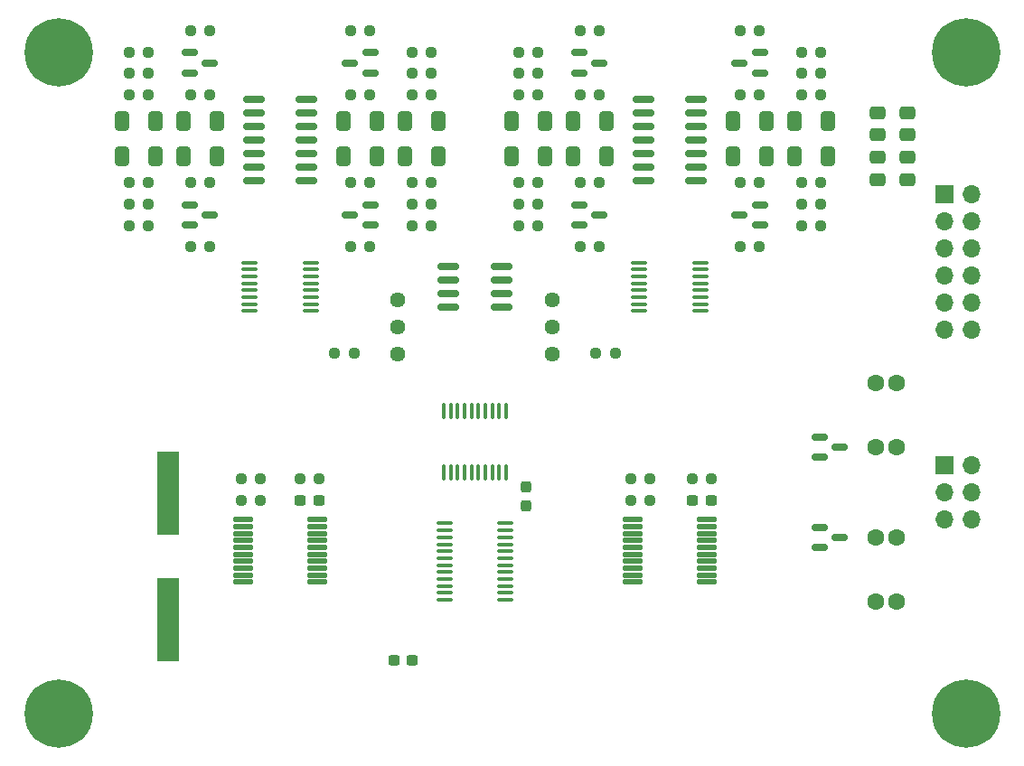
<source format=gbr>
%TF.GenerationSoftware,KiCad,Pcbnew,(6.0.0)*%
%TF.CreationDate,2022-04-09T17:12:42-04:00*%
%TF.ProjectId,ToneEncoderDecoder,546f6e65-456e-4636-9f64-65724465636f,rev?*%
%TF.SameCoordinates,Original*%
%TF.FileFunction,Soldermask,Top*%
%TF.FilePolarity,Negative*%
%FSLAX46Y46*%
G04 Gerber Fmt 4.6, Leading zero omitted, Abs format (unit mm)*
G04 Created by KiCad (PCBNEW (6.0.0)) date 2022-04-09 17:12:42*
%MOMM*%
%LPD*%
G01*
G04 APERTURE LIST*
G04 Aperture macros list*
%AMRoundRect*
0 Rectangle with rounded corners*
0 $1 Rounding radius*
0 $2 $3 $4 $5 $6 $7 $8 $9 X,Y pos of 4 corners*
0 Add a 4 corners polygon primitive as box body*
4,1,4,$2,$3,$4,$5,$6,$7,$8,$9,$2,$3,0*
0 Add four circle primitives for the rounded corners*
1,1,$1+$1,$2,$3*
1,1,$1+$1,$4,$5*
1,1,$1+$1,$6,$7*
1,1,$1+$1,$8,$9*
0 Add four rect primitives between the rounded corners*
20,1,$1+$1,$2,$3,$4,$5,0*
20,1,$1+$1,$4,$5,$6,$7,0*
20,1,$1+$1,$6,$7,$8,$9,0*
20,1,$1+$1,$8,$9,$2,$3,0*%
G04 Aperture macros list end*
%ADD10RoundRect,0.150000X-0.587500X-0.150000X0.587500X-0.150000X0.587500X0.150000X-0.587500X0.150000X0*%
%ADD11RoundRect,0.237500X-0.250000X-0.237500X0.250000X-0.237500X0.250000X0.237500X-0.250000X0.237500X0*%
%ADD12R,1.700000X1.700000*%
%ADD13O,1.700000X1.700000*%
%ADD14RoundRect,0.237500X0.250000X0.237500X-0.250000X0.237500X-0.250000X-0.237500X0.250000X-0.237500X0*%
%ADD15RoundRect,0.150000X0.825000X0.150000X-0.825000X0.150000X-0.825000X-0.150000X0.825000X-0.150000X0*%
%ADD16RoundRect,0.250000X-0.412500X-0.650000X0.412500X-0.650000X0.412500X0.650000X-0.412500X0.650000X0*%
%ADD17C,1.440000*%
%ADD18RoundRect,0.250000X0.412500X0.650000X-0.412500X0.650000X-0.412500X-0.650000X0.412500X-0.650000X0*%
%ADD19C,6.400000*%
%ADD20RoundRect,0.100000X0.637500X0.100000X-0.637500X0.100000X-0.637500X-0.100000X0.637500X-0.100000X0*%
%ADD21RoundRect,0.150000X0.587500X0.150000X-0.587500X0.150000X-0.587500X-0.150000X0.587500X-0.150000X0*%
%ADD22C,1.600000*%
%ADD23RoundRect,0.250000X-0.475000X0.337500X-0.475000X-0.337500X0.475000X-0.337500X0.475000X0.337500X0*%
%ADD24RoundRect,0.250000X0.475000X-0.337500X0.475000X0.337500X-0.475000X0.337500X-0.475000X-0.337500X0*%
%ADD25RoundRect,0.237500X0.237500X-0.300000X0.237500X0.300000X-0.237500X0.300000X-0.237500X-0.300000X0*%
%ADD26RoundRect,0.100000X-0.637500X-0.100000X0.637500X-0.100000X0.637500X0.100000X-0.637500X0.100000X0*%
%ADD27RoundRect,0.125000X-0.825000X-0.125000X0.825000X-0.125000X0.825000X0.125000X-0.825000X0.125000X0*%
%ADD28RoundRect,0.100000X0.100000X-0.637500X0.100000X0.637500X-0.100000X0.637500X-0.100000X-0.637500X0*%
%ADD29RoundRect,0.237500X0.300000X0.237500X-0.300000X0.237500X-0.300000X-0.237500X0.300000X-0.237500X0*%
%ADD30RoundRect,0.237500X-0.300000X-0.237500X0.300000X-0.237500X0.300000X0.237500X-0.300000X0.237500X0*%
%ADD31R,2.000000X7.875000*%
%ADD32RoundRect,0.150000X-0.825000X-0.150000X0.825000X-0.150000X0.825000X0.150000X-0.825000X0.150000X0*%
G04 APERTURE END LIST*
D10*
%TO.C,D10*%
X77312500Y-35800000D03*
X77312500Y-37700000D03*
X79187500Y-36750000D03*
%TD*%
D11*
%TO.C,R28*%
X98087500Y-23500000D03*
X99912500Y-23500000D03*
%TD*%
%TO.C,R10*%
X71587500Y-25500000D03*
X73412500Y-25500000D03*
%TD*%
D12*
%TO.C,J2*%
X111500000Y-34840000D03*
D13*
X114040000Y-34840000D03*
X111500000Y-37380000D03*
X114040000Y-37380000D03*
X111500000Y-39920000D03*
X114040000Y-39920000D03*
X111500000Y-42460000D03*
X114040000Y-42460000D03*
X111500000Y-45000000D03*
X114040000Y-45000000D03*
X111500000Y-47540000D03*
X114040000Y-47540000D03*
%TD*%
D14*
%TO.C,R41*%
X56162500Y-49750000D03*
X54337500Y-49750000D03*
%TD*%
D15*
%TO.C,IC5*%
X51725000Y-33560000D03*
X51725000Y-32290000D03*
X51725000Y-31020000D03*
X51725000Y-29750000D03*
X51725000Y-28480000D03*
X51725000Y-27210000D03*
X51725000Y-25940000D03*
X46775000Y-25940000D03*
X46775000Y-27210000D03*
X46775000Y-28480000D03*
X46775000Y-29750000D03*
X46775000Y-31020000D03*
X46775000Y-32290000D03*
X46775000Y-33560000D03*
%TD*%
D16*
%TO.C,C28*%
X40187500Y-28000000D03*
X43312500Y-28000000D03*
%TD*%
D17*
%TO.C,RV1*%
X60250000Y-44750000D03*
X60250000Y-47290000D03*
X60250000Y-49830000D03*
%TD*%
D14*
%TO.C,R32*%
X73412500Y-35750000D03*
X71587500Y-35750000D03*
%TD*%
%TO.C,R16*%
X79162500Y-33750000D03*
X77337500Y-33750000D03*
%TD*%
D18*
%TO.C,C22*%
X64062500Y-28000000D03*
X60937500Y-28000000D03*
%TD*%
D19*
%TO.C,H2*%
X113500000Y-21500000D03*
%TD*%
D11*
%TO.C,R44*%
X45587500Y-63500000D03*
X47412500Y-63500000D03*
%TD*%
D20*
%TO.C,IC3*%
X52112500Y-45775000D03*
X52112500Y-45125000D03*
X52112500Y-44475000D03*
X52112500Y-43825000D03*
X52112500Y-43175000D03*
X52112500Y-42525000D03*
X52112500Y-41875000D03*
X52112500Y-41225000D03*
X46387500Y-41225000D03*
X46387500Y-41875000D03*
X46387500Y-42525000D03*
X46387500Y-43175000D03*
X46387500Y-43825000D03*
X46387500Y-44475000D03*
X46387500Y-45125000D03*
X46387500Y-45775000D03*
%TD*%
D11*
%TO.C,R17*%
X61587500Y-37750000D03*
X63412500Y-37750000D03*
%TD*%
D19*
%TO.C,H4*%
X113500000Y-83500000D03*
%TD*%
D11*
%TO.C,R19*%
X61587500Y-21500000D03*
X63412500Y-21500000D03*
%TD*%
D21*
%TO.C,D2*%
X94187500Y-37700000D03*
X94187500Y-35800000D03*
X92312500Y-36750000D03*
%TD*%
D11*
%TO.C,R7*%
X55837500Y-25500000D03*
X57662500Y-25500000D03*
%TD*%
D22*
%TO.C,C36*%
X105025000Y-52525000D03*
X107025000Y-52525000D03*
%TD*%
D11*
%TO.C,R46*%
X82087500Y-63500000D03*
X83912500Y-63500000D03*
%TD*%
D23*
%TO.C,C40*%
X105200000Y-27162500D03*
X105200000Y-29237500D03*
%TD*%
D14*
%TO.C,R31*%
X36912500Y-35750000D03*
X35087500Y-35750000D03*
%TD*%
D21*
%TO.C,D4*%
X94187500Y-23450000D03*
X94187500Y-21550000D03*
X92312500Y-22500000D03*
%TD*%
D14*
%TO.C,R6*%
X99912500Y-25500000D03*
X98087500Y-25500000D03*
%TD*%
D18*
%TO.C,C25*%
X94812500Y-28000000D03*
X91687500Y-28000000D03*
%TD*%
D14*
%TO.C,R45*%
X83912500Y-61500000D03*
X82087500Y-61500000D03*
%TD*%
%TO.C,R24*%
X73412500Y-37750000D03*
X71587500Y-37750000D03*
%TD*%
D24*
%TO.C,C42*%
X105200000Y-33437500D03*
X105200000Y-31362500D03*
%TD*%
D25*
%TO.C,C17*%
X72250000Y-64000000D03*
X72250000Y-62275000D03*
%TD*%
D14*
%TO.C,R11*%
X42662500Y-25500000D03*
X40837500Y-25500000D03*
%TD*%
%TO.C,R37*%
X42662500Y-19500000D03*
X40837500Y-19500000D03*
%TD*%
D19*
%TO.C,H1*%
X28500000Y-21500000D03*
%TD*%
D26*
%TO.C,IC1*%
X64637500Y-65675000D03*
X64637500Y-66325000D03*
X64637500Y-66975000D03*
X64637500Y-67625000D03*
X64637500Y-68275000D03*
X64637500Y-68925000D03*
X64637500Y-69575000D03*
X64637500Y-70225000D03*
X64637500Y-70875000D03*
X64637500Y-71525000D03*
X64637500Y-72175000D03*
X64637500Y-72825000D03*
X70362500Y-72825000D03*
X70362500Y-72175000D03*
X70362500Y-71525000D03*
X70362500Y-70875000D03*
X70362500Y-70225000D03*
X70362500Y-69575000D03*
X70362500Y-68925000D03*
X70362500Y-68275000D03*
X70362500Y-67625000D03*
X70362500Y-66975000D03*
X70362500Y-66325000D03*
X70362500Y-65675000D03*
%TD*%
D11*
%TO.C,R34*%
X92337500Y-39750000D03*
X94162500Y-39750000D03*
%TD*%
D14*
%TO.C,R1*%
X63412500Y-33750000D03*
X61587500Y-33750000D03*
%TD*%
D16*
%TO.C,C29*%
X76687500Y-28000000D03*
X79812500Y-28000000D03*
%TD*%
D27*
%TO.C,IC8*%
X45750000Y-65325000D03*
X45750000Y-65975000D03*
X45750000Y-66625000D03*
X45750000Y-67275000D03*
X45750000Y-67925000D03*
X45750000Y-68575000D03*
X45750000Y-69225000D03*
X45750000Y-69875000D03*
X45750000Y-70525000D03*
X45750000Y-71175000D03*
X52750000Y-71175000D03*
X52750000Y-70525000D03*
X52750000Y-69875000D03*
X52750000Y-69225000D03*
X52750000Y-68575000D03*
X52750000Y-67925000D03*
X52750000Y-67275000D03*
X52750000Y-66625000D03*
X52750000Y-65975000D03*
X52750000Y-65325000D03*
%TD*%
D16*
%TO.C,C26*%
X34437500Y-28000000D03*
X37562500Y-28000000D03*
%TD*%
D10*
%TO.C,D7*%
X99812500Y-57550000D03*
X99812500Y-59450000D03*
X101687500Y-58500000D03*
%TD*%
D28*
%TO.C,IC2*%
X64575000Y-60862500D03*
X65225000Y-60862500D03*
X65875000Y-60862500D03*
X66525000Y-60862500D03*
X67175000Y-60862500D03*
X67825000Y-60862500D03*
X68475000Y-60862500D03*
X69125000Y-60862500D03*
X69775000Y-60862500D03*
X70425000Y-60862500D03*
X70425000Y-55137500D03*
X69775000Y-55137500D03*
X69125000Y-55137500D03*
X68475000Y-55137500D03*
X67825000Y-55137500D03*
X67175000Y-55137500D03*
X66525000Y-55137500D03*
X65875000Y-55137500D03*
X65225000Y-55137500D03*
X64575000Y-55137500D03*
%TD*%
D18*
%TO.C,C18*%
X64062500Y-31250000D03*
X60937500Y-31250000D03*
%TD*%
D11*
%TO.C,R35*%
X55837500Y-19500000D03*
X57662500Y-19500000D03*
%TD*%
%TO.C,R25*%
X61587500Y-35750000D03*
X63412500Y-35750000D03*
%TD*%
D29*
%TO.C,C34*%
X61612500Y-78500000D03*
X59887500Y-78500000D03*
%TD*%
D21*
%TO.C,D1*%
X57687500Y-37700000D03*
X57687500Y-35800000D03*
X55812500Y-36750000D03*
%TD*%
D14*
%TO.C,R43*%
X47412500Y-61500000D03*
X45587500Y-61500000D03*
%TD*%
D11*
%TO.C,R36*%
X92337500Y-19500000D03*
X94162500Y-19500000D03*
%TD*%
D14*
%TO.C,R29*%
X36912500Y-23500000D03*
X35087500Y-23500000D03*
%TD*%
D24*
%TO.C,C41*%
X108000000Y-33437500D03*
X108000000Y-31362500D03*
%TD*%
D27*
%TO.C,IC9*%
X82250000Y-65320000D03*
X82250000Y-65970000D03*
X82250000Y-66620000D03*
X82250000Y-67270000D03*
X82250000Y-67920000D03*
X82250000Y-68570000D03*
X82250000Y-69220000D03*
X82250000Y-69870000D03*
X82250000Y-70520000D03*
X82250000Y-71170000D03*
X89250000Y-71170000D03*
X89250000Y-70520000D03*
X89250000Y-69870000D03*
X89250000Y-69220000D03*
X89250000Y-68570000D03*
X89250000Y-67920000D03*
X89250000Y-67270000D03*
X89250000Y-66620000D03*
X89250000Y-65970000D03*
X89250000Y-65320000D03*
%TD*%
D15*
%TO.C,IC6*%
X88225000Y-33560000D03*
X88225000Y-32290000D03*
X88225000Y-31020000D03*
X88225000Y-29750000D03*
X88225000Y-28480000D03*
X88225000Y-27210000D03*
X88225000Y-25940000D03*
X83275000Y-25940000D03*
X83275000Y-27210000D03*
X83275000Y-28480000D03*
X83275000Y-29750000D03*
X83275000Y-31020000D03*
X83275000Y-32290000D03*
X83275000Y-33560000D03*
%TD*%
D10*
%TO.C,D6*%
X77312500Y-21550000D03*
X77312500Y-23450000D03*
X79187500Y-22500000D03*
%TD*%
D20*
%TO.C,IC4*%
X88612500Y-45775000D03*
X88612500Y-45125000D03*
X88612500Y-44475000D03*
X88612500Y-43825000D03*
X88612500Y-43175000D03*
X88612500Y-42525000D03*
X88612500Y-41875000D03*
X88612500Y-41225000D03*
X82887500Y-41225000D03*
X82887500Y-41875000D03*
X82887500Y-42525000D03*
X82887500Y-43175000D03*
X82887500Y-43825000D03*
X82887500Y-44475000D03*
X82887500Y-45125000D03*
X82887500Y-45775000D03*
%TD*%
D14*
%TO.C,R30*%
X73412500Y-23500000D03*
X71587500Y-23500000D03*
%TD*%
D18*
%TO.C,C20*%
X58312500Y-31250000D03*
X55187500Y-31250000D03*
%TD*%
D11*
%TO.C,R8*%
X92337500Y-25500000D03*
X94162500Y-25500000D03*
%TD*%
D14*
%TO.C,R40*%
X79162500Y-39750000D03*
X77337500Y-39750000D03*
%TD*%
D11*
%TO.C,R4*%
X92337500Y-33750000D03*
X94162500Y-33750000D03*
%TD*%
D16*
%TO.C,C30*%
X34437500Y-31250000D03*
X37562500Y-31250000D03*
%TD*%
D14*
%TO.C,R12*%
X79162500Y-25500000D03*
X77337500Y-25500000D03*
%TD*%
D11*
%TO.C,R3*%
X55837500Y-33750000D03*
X57662500Y-33750000D03*
%TD*%
D22*
%TO.C,C38*%
X105025000Y-73025000D03*
X107025000Y-73025000D03*
%TD*%
D14*
%TO.C,R47*%
X52912500Y-61500000D03*
X51087500Y-61500000D03*
%TD*%
D10*
%TO.C,D8*%
X99812500Y-66050000D03*
X99812500Y-67950000D03*
X101687500Y-67000000D03*
%TD*%
D30*
%TO.C,C13*%
X51137500Y-63500000D03*
X52862500Y-63500000D03*
%TD*%
D19*
%TO.C,H3*%
X28500000Y-83500000D03*
%TD*%
D18*
%TO.C,C23*%
X100562500Y-28000000D03*
X97437500Y-28000000D03*
%TD*%
D14*
%TO.C,R5*%
X63412500Y-25500000D03*
X61587500Y-25500000D03*
%TD*%
%TO.C,R15*%
X42662500Y-33750000D03*
X40837500Y-33750000D03*
%TD*%
D22*
%TO.C,C35*%
X105025000Y-58525000D03*
X107025000Y-58525000D03*
%TD*%
D14*
%TO.C,R22*%
X73412500Y-21500000D03*
X71587500Y-21500000D03*
%TD*%
%TO.C,R2*%
X99912500Y-33750000D03*
X98087500Y-33750000D03*
%TD*%
%TO.C,R39*%
X42662500Y-39750000D03*
X40837500Y-39750000D03*
%TD*%
D18*
%TO.C,C19*%
X100562500Y-31250000D03*
X97437500Y-31250000D03*
%TD*%
D11*
%TO.C,R18*%
X98087500Y-37750000D03*
X99912500Y-37750000D03*
%TD*%
%TO.C,R42*%
X78837500Y-49750000D03*
X80662500Y-49750000D03*
%TD*%
D31*
%TO.C,Y1*%
X38750000Y-62812500D03*
X38750000Y-74687500D03*
%TD*%
D32*
%TO.C,IC7*%
X65025000Y-41595000D03*
X65025000Y-42865000D03*
X65025000Y-44135000D03*
X65025000Y-45405000D03*
X69975000Y-45405000D03*
X69975000Y-44135000D03*
X69975000Y-42865000D03*
X69975000Y-41595000D03*
%TD*%
D16*
%TO.C,C32*%
X40187500Y-31250000D03*
X43312500Y-31250000D03*
%TD*%
%TO.C,C33*%
X76687500Y-31250000D03*
X79812500Y-31250000D03*
%TD*%
D10*
%TO.C,D9*%
X40812500Y-35800000D03*
X40812500Y-37700000D03*
X42687500Y-36750000D03*
%TD*%
D24*
%TO.C,C39*%
X108000000Y-29237500D03*
X108000000Y-27162500D03*
%TD*%
D12*
%TO.C,J1*%
X111500000Y-60250000D03*
D13*
X114040000Y-60250000D03*
X111500000Y-62790000D03*
X114040000Y-62790000D03*
X111500000Y-65330000D03*
X114040000Y-65330000D03*
%TD*%
D10*
%TO.C,D5*%
X40812500Y-21550000D03*
X40812500Y-23450000D03*
X42687500Y-22500000D03*
%TD*%
D11*
%TO.C,R14*%
X71587500Y-33750000D03*
X73412500Y-33750000D03*
%TD*%
D22*
%TO.C,C37*%
X105025000Y-67025000D03*
X107025000Y-67025000D03*
%TD*%
D11*
%TO.C,R27*%
X61587500Y-23500000D03*
X63412500Y-23500000D03*
%TD*%
%TO.C,R26*%
X98087500Y-35750000D03*
X99912500Y-35750000D03*
%TD*%
D14*
%TO.C,R38*%
X79162500Y-19500000D03*
X77337500Y-19500000D03*
%TD*%
%TO.C,R23*%
X36912500Y-37750000D03*
X35087500Y-37750000D03*
%TD*%
D30*
%TO.C,C14*%
X87887500Y-63500000D03*
X89612500Y-63500000D03*
%TD*%
D14*
%TO.C,R48*%
X89662500Y-61500000D03*
X87837500Y-61500000D03*
%TD*%
D21*
%TO.C,D3*%
X57687500Y-23450000D03*
X57687500Y-21550000D03*
X55812500Y-22500000D03*
%TD*%
D14*
%TO.C,R21*%
X36912500Y-21500000D03*
X35087500Y-21500000D03*
%TD*%
D16*
%TO.C,C31*%
X70937500Y-31250000D03*
X74062500Y-31250000D03*
%TD*%
D18*
%TO.C,C24*%
X58312500Y-28000000D03*
X55187500Y-28000000D03*
%TD*%
D11*
%TO.C,R13*%
X35087500Y-33750000D03*
X36912500Y-33750000D03*
%TD*%
D17*
%TO.C,RV2*%
X74750000Y-44750000D03*
X74750000Y-47290000D03*
X74750000Y-49830000D03*
%TD*%
D11*
%TO.C,R20*%
X98087500Y-21500000D03*
X99912500Y-21500000D03*
%TD*%
%TO.C,R9*%
X35087500Y-25500000D03*
X36912500Y-25500000D03*
%TD*%
D16*
%TO.C,C27*%
X70937500Y-28000000D03*
X74062500Y-28000000D03*
%TD*%
D11*
%TO.C,R33*%
X55837500Y-39750000D03*
X57662500Y-39750000D03*
%TD*%
D18*
%TO.C,C21*%
X94812500Y-31250000D03*
X91687500Y-31250000D03*
%TD*%
M02*

</source>
